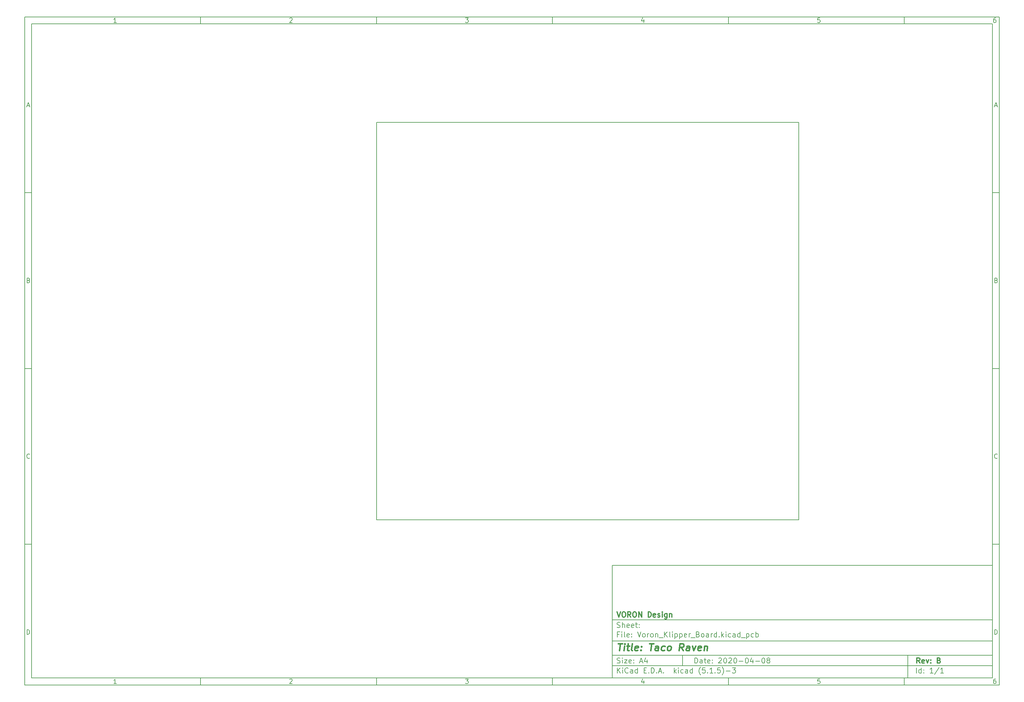
<source format=gm1>
G04 #@! TF.GenerationSoftware,KiCad,Pcbnew,(5.1.5)-3*
G04 #@! TF.CreationDate,2020-04-08T23:35:01-04:00*
G04 #@! TF.ProjectId,Voron_Klipper_Board,566f726f-6e5f-44b6-9c69-707065725f42,B*
G04 #@! TF.SameCoordinates,Original*
G04 #@! TF.FileFunction,Profile,NP*
%FSLAX46Y46*%
G04 Gerber Fmt 4.6, Leading zero omitted, Abs format (unit mm)*
G04 Created by KiCad (PCBNEW (5.1.5)-3) date 2020-04-08 23:35:01*
%MOMM*%
%LPD*%
G04 APERTURE LIST*
%ADD10C,0.100000*%
%ADD11C,0.150000*%
%ADD12C,0.300000*%
%ADD13C,0.400000*%
G04 APERTURE END LIST*
D10*
D11*
X177002200Y-166007200D02*
X177002200Y-198007200D01*
X285002200Y-198007200D01*
X285002200Y-166007200D01*
X177002200Y-166007200D01*
D10*
D11*
X10000000Y-10000000D02*
X10000000Y-200007200D01*
X287002200Y-200007200D01*
X287002200Y-10000000D01*
X10000000Y-10000000D01*
D10*
D11*
X12000000Y-12000000D02*
X12000000Y-198007200D01*
X285002200Y-198007200D01*
X285002200Y-12000000D01*
X12000000Y-12000000D01*
D10*
D11*
X60000000Y-12000000D02*
X60000000Y-10000000D01*
D10*
D11*
X110000000Y-12000000D02*
X110000000Y-10000000D01*
D10*
D11*
X160000000Y-12000000D02*
X160000000Y-10000000D01*
D10*
D11*
X210000000Y-12000000D02*
X210000000Y-10000000D01*
D10*
D11*
X260000000Y-12000000D02*
X260000000Y-10000000D01*
D10*
D11*
X36065476Y-11588095D02*
X35322619Y-11588095D01*
X35694047Y-11588095D02*
X35694047Y-10288095D01*
X35570238Y-10473809D01*
X35446428Y-10597619D01*
X35322619Y-10659523D01*
D10*
D11*
X85322619Y-10411904D02*
X85384523Y-10350000D01*
X85508333Y-10288095D01*
X85817857Y-10288095D01*
X85941666Y-10350000D01*
X86003571Y-10411904D01*
X86065476Y-10535714D01*
X86065476Y-10659523D01*
X86003571Y-10845238D01*
X85260714Y-11588095D01*
X86065476Y-11588095D01*
D10*
D11*
X135260714Y-10288095D02*
X136065476Y-10288095D01*
X135632142Y-10783333D01*
X135817857Y-10783333D01*
X135941666Y-10845238D01*
X136003571Y-10907142D01*
X136065476Y-11030952D01*
X136065476Y-11340476D01*
X136003571Y-11464285D01*
X135941666Y-11526190D01*
X135817857Y-11588095D01*
X135446428Y-11588095D01*
X135322619Y-11526190D01*
X135260714Y-11464285D01*
D10*
D11*
X185941666Y-10721428D02*
X185941666Y-11588095D01*
X185632142Y-10226190D02*
X185322619Y-11154761D01*
X186127380Y-11154761D01*
D10*
D11*
X236003571Y-10288095D02*
X235384523Y-10288095D01*
X235322619Y-10907142D01*
X235384523Y-10845238D01*
X235508333Y-10783333D01*
X235817857Y-10783333D01*
X235941666Y-10845238D01*
X236003571Y-10907142D01*
X236065476Y-11030952D01*
X236065476Y-11340476D01*
X236003571Y-11464285D01*
X235941666Y-11526190D01*
X235817857Y-11588095D01*
X235508333Y-11588095D01*
X235384523Y-11526190D01*
X235322619Y-11464285D01*
D10*
D11*
X285941666Y-10288095D02*
X285694047Y-10288095D01*
X285570238Y-10350000D01*
X285508333Y-10411904D01*
X285384523Y-10597619D01*
X285322619Y-10845238D01*
X285322619Y-11340476D01*
X285384523Y-11464285D01*
X285446428Y-11526190D01*
X285570238Y-11588095D01*
X285817857Y-11588095D01*
X285941666Y-11526190D01*
X286003571Y-11464285D01*
X286065476Y-11340476D01*
X286065476Y-11030952D01*
X286003571Y-10907142D01*
X285941666Y-10845238D01*
X285817857Y-10783333D01*
X285570238Y-10783333D01*
X285446428Y-10845238D01*
X285384523Y-10907142D01*
X285322619Y-11030952D01*
D10*
D11*
X60000000Y-198007200D02*
X60000000Y-200007200D01*
D10*
D11*
X110000000Y-198007200D02*
X110000000Y-200007200D01*
D10*
D11*
X160000000Y-198007200D02*
X160000000Y-200007200D01*
D10*
D11*
X210000000Y-198007200D02*
X210000000Y-200007200D01*
D10*
D11*
X260000000Y-198007200D02*
X260000000Y-200007200D01*
D10*
D11*
X36065476Y-199595295D02*
X35322619Y-199595295D01*
X35694047Y-199595295D02*
X35694047Y-198295295D01*
X35570238Y-198481009D01*
X35446428Y-198604819D01*
X35322619Y-198666723D01*
D10*
D11*
X85322619Y-198419104D02*
X85384523Y-198357200D01*
X85508333Y-198295295D01*
X85817857Y-198295295D01*
X85941666Y-198357200D01*
X86003571Y-198419104D01*
X86065476Y-198542914D01*
X86065476Y-198666723D01*
X86003571Y-198852438D01*
X85260714Y-199595295D01*
X86065476Y-199595295D01*
D10*
D11*
X135260714Y-198295295D02*
X136065476Y-198295295D01*
X135632142Y-198790533D01*
X135817857Y-198790533D01*
X135941666Y-198852438D01*
X136003571Y-198914342D01*
X136065476Y-199038152D01*
X136065476Y-199347676D01*
X136003571Y-199471485D01*
X135941666Y-199533390D01*
X135817857Y-199595295D01*
X135446428Y-199595295D01*
X135322619Y-199533390D01*
X135260714Y-199471485D01*
D10*
D11*
X185941666Y-198728628D02*
X185941666Y-199595295D01*
X185632142Y-198233390D02*
X185322619Y-199161961D01*
X186127380Y-199161961D01*
D10*
D11*
X236003571Y-198295295D02*
X235384523Y-198295295D01*
X235322619Y-198914342D01*
X235384523Y-198852438D01*
X235508333Y-198790533D01*
X235817857Y-198790533D01*
X235941666Y-198852438D01*
X236003571Y-198914342D01*
X236065476Y-199038152D01*
X236065476Y-199347676D01*
X236003571Y-199471485D01*
X235941666Y-199533390D01*
X235817857Y-199595295D01*
X235508333Y-199595295D01*
X235384523Y-199533390D01*
X235322619Y-199471485D01*
D10*
D11*
X285941666Y-198295295D02*
X285694047Y-198295295D01*
X285570238Y-198357200D01*
X285508333Y-198419104D01*
X285384523Y-198604819D01*
X285322619Y-198852438D01*
X285322619Y-199347676D01*
X285384523Y-199471485D01*
X285446428Y-199533390D01*
X285570238Y-199595295D01*
X285817857Y-199595295D01*
X285941666Y-199533390D01*
X286003571Y-199471485D01*
X286065476Y-199347676D01*
X286065476Y-199038152D01*
X286003571Y-198914342D01*
X285941666Y-198852438D01*
X285817857Y-198790533D01*
X285570238Y-198790533D01*
X285446428Y-198852438D01*
X285384523Y-198914342D01*
X285322619Y-199038152D01*
D10*
D11*
X10000000Y-60000000D02*
X12000000Y-60000000D01*
D10*
D11*
X10000000Y-110000000D02*
X12000000Y-110000000D01*
D10*
D11*
X10000000Y-160000000D02*
X12000000Y-160000000D01*
D10*
D11*
X10690476Y-35216666D02*
X11309523Y-35216666D01*
X10566666Y-35588095D02*
X11000000Y-34288095D01*
X11433333Y-35588095D01*
D10*
D11*
X11092857Y-84907142D02*
X11278571Y-84969047D01*
X11340476Y-85030952D01*
X11402380Y-85154761D01*
X11402380Y-85340476D01*
X11340476Y-85464285D01*
X11278571Y-85526190D01*
X11154761Y-85588095D01*
X10659523Y-85588095D01*
X10659523Y-84288095D01*
X11092857Y-84288095D01*
X11216666Y-84350000D01*
X11278571Y-84411904D01*
X11340476Y-84535714D01*
X11340476Y-84659523D01*
X11278571Y-84783333D01*
X11216666Y-84845238D01*
X11092857Y-84907142D01*
X10659523Y-84907142D01*
D10*
D11*
X11402380Y-135464285D02*
X11340476Y-135526190D01*
X11154761Y-135588095D01*
X11030952Y-135588095D01*
X10845238Y-135526190D01*
X10721428Y-135402380D01*
X10659523Y-135278571D01*
X10597619Y-135030952D01*
X10597619Y-134845238D01*
X10659523Y-134597619D01*
X10721428Y-134473809D01*
X10845238Y-134350000D01*
X11030952Y-134288095D01*
X11154761Y-134288095D01*
X11340476Y-134350000D01*
X11402380Y-134411904D01*
D10*
D11*
X10659523Y-185588095D02*
X10659523Y-184288095D01*
X10969047Y-184288095D01*
X11154761Y-184350000D01*
X11278571Y-184473809D01*
X11340476Y-184597619D01*
X11402380Y-184845238D01*
X11402380Y-185030952D01*
X11340476Y-185278571D01*
X11278571Y-185402380D01*
X11154761Y-185526190D01*
X10969047Y-185588095D01*
X10659523Y-185588095D01*
D10*
D11*
X287002200Y-60000000D02*
X285002200Y-60000000D01*
D10*
D11*
X287002200Y-110000000D02*
X285002200Y-110000000D01*
D10*
D11*
X287002200Y-160000000D02*
X285002200Y-160000000D01*
D10*
D11*
X285692676Y-35216666D02*
X286311723Y-35216666D01*
X285568866Y-35588095D02*
X286002200Y-34288095D01*
X286435533Y-35588095D01*
D10*
D11*
X286095057Y-84907142D02*
X286280771Y-84969047D01*
X286342676Y-85030952D01*
X286404580Y-85154761D01*
X286404580Y-85340476D01*
X286342676Y-85464285D01*
X286280771Y-85526190D01*
X286156961Y-85588095D01*
X285661723Y-85588095D01*
X285661723Y-84288095D01*
X286095057Y-84288095D01*
X286218866Y-84350000D01*
X286280771Y-84411904D01*
X286342676Y-84535714D01*
X286342676Y-84659523D01*
X286280771Y-84783333D01*
X286218866Y-84845238D01*
X286095057Y-84907142D01*
X285661723Y-84907142D01*
D10*
D11*
X286404580Y-135464285D02*
X286342676Y-135526190D01*
X286156961Y-135588095D01*
X286033152Y-135588095D01*
X285847438Y-135526190D01*
X285723628Y-135402380D01*
X285661723Y-135278571D01*
X285599819Y-135030952D01*
X285599819Y-134845238D01*
X285661723Y-134597619D01*
X285723628Y-134473809D01*
X285847438Y-134350000D01*
X286033152Y-134288095D01*
X286156961Y-134288095D01*
X286342676Y-134350000D01*
X286404580Y-134411904D01*
D10*
D11*
X285661723Y-185588095D02*
X285661723Y-184288095D01*
X285971247Y-184288095D01*
X286156961Y-184350000D01*
X286280771Y-184473809D01*
X286342676Y-184597619D01*
X286404580Y-184845238D01*
X286404580Y-185030952D01*
X286342676Y-185278571D01*
X286280771Y-185402380D01*
X286156961Y-185526190D01*
X285971247Y-185588095D01*
X285661723Y-185588095D01*
D10*
D11*
X200434342Y-193785771D02*
X200434342Y-192285771D01*
X200791485Y-192285771D01*
X201005771Y-192357200D01*
X201148628Y-192500057D01*
X201220057Y-192642914D01*
X201291485Y-192928628D01*
X201291485Y-193142914D01*
X201220057Y-193428628D01*
X201148628Y-193571485D01*
X201005771Y-193714342D01*
X200791485Y-193785771D01*
X200434342Y-193785771D01*
X202577200Y-193785771D02*
X202577200Y-193000057D01*
X202505771Y-192857200D01*
X202362914Y-192785771D01*
X202077200Y-192785771D01*
X201934342Y-192857200D01*
X202577200Y-193714342D02*
X202434342Y-193785771D01*
X202077200Y-193785771D01*
X201934342Y-193714342D01*
X201862914Y-193571485D01*
X201862914Y-193428628D01*
X201934342Y-193285771D01*
X202077200Y-193214342D01*
X202434342Y-193214342D01*
X202577200Y-193142914D01*
X203077200Y-192785771D02*
X203648628Y-192785771D01*
X203291485Y-192285771D02*
X203291485Y-193571485D01*
X203362914Y-193714342D01*
X203505771Y-193785771D01*
X203648628Y-193785771D01*
X204720057Y-193714342D02*
X204577200Y-193785771D01*
X204291485Y-193785771D01*
X204148628Y-193714342D01*
X204077200Y-193571485D01*
X204077200Y-193000057D01*
X204148628Y-192857200D01*
X204291485Y-192785771D01*
X204577200Y-192785771D01*
X204720057Y-192857200D01*
X204791485Y-193000057D01*
X204791485Y-193142914D01*
X204077200Y-193285771D01*
X205434342Y-193642914D02*
X205505771Y-193714342D01*
X205434342Y-193785771D01*
X205362914Y-193714342D01*
X205434342Y-193642914D01*
X205434342Y-193785771D01*
X205434342Y-192857200D02*
X205505771Y-192928628D01*
X205434342Y-193000057D01*
X205362914Y-192928628D01*
X205434342Y-192857200D01*
X205434342Y-193000057D01*
X207220057Y-192428628D02*
X207291485Y-192357200D01*
X207434342Y-192285771D01*
X207791485Y-192285771D01*
X207934342Y-192357200D01*
X208005771Y-192428628D01*
X208077200Y-192571485D01*
X208077200Y-192714342D01*
X208005771Y-192928628D01*
X207148628Y-193785771D01*
X208077200Y-193785771D01*
X209005771Y-192285771D02*
X209148628Y-192285771D01*
X209291485Y-192357200D01*
X209362914Y-192428628D01*
X209434342Y-192571485D01*
X209505771Y-192857200D01*
X209505771Y-193214342D01*
X209434342Y-193500057D01*
X209362914Y-193642914D01*
X209291485Y-193714342D01*
X209148628Y-193785771D01*
X209005771Y-193785771D01*
X208862914Y-193714342D01*
X208791485Y-193642914D01*
X208720057Y-193500057D01*
X208648628Y-193214342D01*
X208648628Y-192857200D01*
X208720057Y-192571485D01*
X208791485Y-192428628D01*
X208862914Y-192357200D01*
X209005771Y-192285771D01*
X210077200Y-192428628D02*
X210148628Y-192357200D01*
X210291485Y-192285771D01*
X210648628Y-192285771D01*
X210791485Y-192357200D01*
X210862914Y-192428628D01*
X210934342Y-192571485D01*
X210934342Y-192714342D01*
X210862914Y-192928628D01*
X210005771Y-193785771D01*
X210934342Y-193785771D01*
X211862914Y-192285771D02*
X212005771Y-192285771D01*
X212148628Y-192357200D01*
X212220057Y-192428628D01*
X212291485Y-192571485D01*
X212362914Y-192857200D01*
X212362914Y-193214342D01*
X212291485Y-193500057D01*
X212220057Y-193642914D01*
X212148628Y-193714342D01*
X212005771Y-193785771D01*
X211862914Y-193785771D01*
X211720057Y-193714342D01*
X211648628Y-193642914D01*
X211577200Y-193500057D01*
X211505771Y-193214342D01*
X211505771Y-192857200D01*
X211577200Y-192571485D01*
X211648628Y-192428628D01*
X211720057Y-192357200D01*
X211862914Y-192285771D01*
X213005771Y-193214342D02*
X214148628Y-193214342D01*
X215148628Y-192285771D02*
X215291485Y-192285771D01*
X215434342Y-192357200D01*
X215505771Y-192428628D01*
X215577200Y-192571485D01*
X215648628Y-192857200D01*
X215648628Y-193214342D01*
X215577200Y-193500057D01*
X215505771Y-193642914D01*
X215434342Y-193714342D01*
X215291485Y-193785771D01*
X215148628Y-193785771D01*
X215005771Y-193714342D01*
X214934342Y-193642914D01*
X214862914Y-193500057D01*
X214791485Y-193214342D01*
X214791485Y-192857200D01*
X214862914Y-192571485D01*
X214934342Y-192428628D01*
X215005771Y-192357200D01*
X215148628Y-192285771D01*
X216934342Y-192785771D02*
X216934342Y-193785771D01*
X216577200Y-192214342D02*
X216220057Y-193285771D01*
X217148628Y-193285771D01*
X217720057Y-193214342D02*
X218862914Y-193214342D01*
X219862914Y-192285771D02*
X220005771Y-192285771D01*
X220148628Y-192357200D01*
X220220057Y-192428628D01*
X220291485Y-192571485D01*
X220362914Y-192857200D01*
X220362914Y-193214342D01*
X220291485Y-193500057D01*
X220220057Y-193642914D01*
X220148628Y-193714342D01*
X220005771Y-193785771D01*
X219862914Y-193785771D01*
X219720057Y-193714342D01*
X219648628Y-193642914D01*
X219577200Y-193500057D01*
X219505771Y-193214342D01*
X219505771Y-192857200D01*
X219577200Y-192571485D01*
X219648628Y-192428628D01*
X219720057Y-192357200D01*
X219862914Y-192285771D01*
X221220057Y-192928628D02*
X221077200Y-192857200D01*
X221005771Y-192785771D01*
X220934342Y-192642914D01*
X220934342Y-192571485D01*
X221005771Y-192428628D01*
X221077200Y-192357200D01*
X221220057Y-192285771D01*
X221505771Y-192285771D01*
X221648628Y-192357200D01*
X221720057Y-192428628D01*
X221791485Y-192571485D01*
X221791485Y-192642914D01*
X221720057Y-192785771D01*
X221648628Y-192857200D01*
X221505771Y-192928628D01*
X221220057Y-192928628D01*
X221077200Y-193000057D01*
X221005771Y-193071485D01*
X220934342Y-193214342D01*
X220934342Y-193500057D01*
X221005771Y-193642914D01*
X221077200Y-193714342D01*
X221220057Y-193785771D01*
X221505771Y-193785771D01*
X221648628Y-193714342D01*
X221720057Y-193642914D01*
X221791485Y-193500057D01*
X221791485Y-193214342D01*
X221720057Y-193071485D01*
X221648628Y-193000057D01*
X221505771Y-192928628D01*
D10*
D11*
X177002200Y-194507200D02*
X285002200Y-194507200D01*
D10*
D11*
X178434342Y-196585771D02*
X178434342Y-195085771D01*
X179291485Y-196585771D02*
X178648628Y-195728628D01*
X179291485Y-195085771D02*
X178434342Y-195942914D01*
X179934342Y-196585771D02*
X179934342Y-195585771D01*
X179934342Y-195085771D02*
X179862914Y-195157200D01*
X179934342Y-195228628D01*
X180005771Y-195157200D01*
X179934342Y-195085771D01*
X179934342Y-195228628D01*
X181505771Y-196442914D02*
X181434342Y-196514342D01*
X181220057Y-196585771D01*
X181077200Y-196585771D01*
X180862914Y-196514342D01*
X180720057Y-196371485D01*
X180648628Y-196228628D01*
X180577200Y-195942914D01*
X180577200Y-195728628D01*
X180648628Y-195442914D01*
X180720057Y-195300057D01*
X180862914Y-195157200D01*
X181077200Y-195085771D01*
X181220057Y-195085771D01*
X181434342Y-195157200D01*
X181505771Y-195228628D01*
X182791485Y-196585771D02*
X182791485Y-195800057D01*
X182720057Y-195657200D01*
X182577200Y-195585771D01*
X182291485Y-195585771D01*
X182148628Y-195657200D01*
X182791485Y-196514342D02*
X182648628Y-196585771D01*
X182291485Y-196585771D01*
X182148628Y-196514342D01*
X182077200Y-196371485D01*
X182077200Y-196228628D01*
X182148628Y-196085771D01*
X182291485Y-196014342D01*
X182648628Y-196014342D01*
X182791485Y-195942914D01*
X184148628Y-196585771D02*
X184148628Y-195085771D01*
X184148628Y-196514342D02*
X184005771Y-196585771D01*
X183720057Y-196585771D01*
X183577200Y-196514342D01*
X183505771Y-196442914D01*
X183434342Y-196300057D01*
X183434342Y-195871485D01*
X183505771Y-195728628D01*
X183577200Y-195657200D01*
X183720057Y-195585771D01*
X184005771Y-195585771D01*
X184148628Y-195657200D01*
X186005771Y-195800057D02*
X186505771Y-195800057D01*
X186720057Y-196585771D02*
X186005771Y-196585771D01*
X186005771Y-195085771D01*
X186720057Y-195085771D01*
X187362914Y-196442914D02*
X187434342Y-196514342D01*
X187362914Y-196585771D01*
X187291485Y-196514342D01*
X187362914Y-196442914D01*
X187362914Y-196585771D01*
X188077200Y-196585771D02*
X188077200Y-195085771D01*
X188434342Y-195085771D01*
X188648628Y-195157200D01*
X188791485Y-195300057D01*
X188862914Y-195442914D01*
X188934342Y-195728628D01*
X188934342Y-195942914D01*
X188862914Y-196228628D01*
X188791485Y-196371485D01*
X188648628Y-196514342D01*
X188434342Y-196585771D01*
X188077200Y-196585771D01*
X189577200Y-196442914D02*
X189648628Y-196514342D01*
X189577200Y-196585771D01*
X189505771Y-196514342D01*
X189577200Y-196442914D01*
X189577200Y-196585771D01*
X190220057Y-196157200D02*
X190934342Y-196157200D01*
X190077200Y-196585771D02*
X190577200Y-195085771D01*
X191077200Y-196585771D01*
X191577200Y-196442914D02*
X191648628Y-196514342D01*
X191577200Y-196585771D01*
X191505771Y-196514342D01*
X191577200Y-196442914D01*
X191577200Y-196585771D01*
X194577200Y-196585771D02*
X194577200Y-195085771D01*
X194720057Y-196014342D02*
X195148628Y-196585771D01*
X195148628Y-195585771D02*
X194577200Y-196157200D01*
X195791485Y-196585771D02*
X195791485Y-195585771D01*
X195791485Y-195085771D02*
X195720057Y-195157200D01*
X195791485Y-195228628D01*
X195862914Y-195157200D01*
X195791485Y-195085771D01*
X195791485Y-195228628D01*
X197148628Y-196514342D02*
X197005771Y-196585771D01*
X196720057Y-196585771D01*
X196577200Y-196514342D01*
X196505771Y-196442914D01*
X196434342Y-196300057D01*
X196434342Y-195871485D01*
X196505771Y-195728628D01*
X196577200Y-195657200D01*
X196720057Y-195585771D01*
X197005771Y-195585771D01*
X197148628Y-195657200D01*
X198434342Y-196585771D02*
X198434342Y-195800057D01*
X198362914Y-195657200D01*
X198220057Y-195585771D01*
X197934342Y-195585771D01*
X197791485Y-195657200D01*
X198434342Y-196514342D02*
X198291485Y-196585771D01*
X197934342Y-196585771D01*
X197791485Y-196514342D01*
X197720057Y-196371485D01*
X197720057Y-196228628D01*
X197791485Y-196085771D01*
X197934342Y-196014342D01*
X198291485Y-196014342D01*
X198434342Y-195942914D01*
X199791485Y-196585771D02*
X199791485Y-195085771D01*
X199791485Y-196514342D02*
X199648628Y-196585771D01*
X199362914Y-196585771D01*
X199220057Y-196514342D01*
X199148628Y-196442914D01*
X199077200Y-196300057D01*
X199077200Y-195871485D01*
X199148628Y-195728628D01*
X199220057Y-195657200D01*
X199362914Y-195585771D01*
X199648628Y-195585771D01*
X199791485Y-195657200D01*
X202077200Y-197157200D02*
X202005771Y-197085771D01*
X201862914Y-196871485D01*
X201791485Y-196728628D01*
X201720057Y-196514342D01*
X201648628Y-196157200D01*
X201648628Y-195871485D01*
X201720057Y-195514342D01*
X201791485Y-195300057D01*
X201862914Y-195157200D01*
X202005771Y-194942914D01*
X202077200Y-194871485D01*
X203362914Y-195085771D02*
X202648628Y-195085771D01*
X202577200Y-195800057D01*
X202648628Y-195728628D01*
X202791485Y-195657200D01*
X203148628Y-195657200D01*
X203291485Y-195728628D01*
X203362914Y-195800057D01*
X203434342Y-195942914D01*
X203434342Y-196300057D01*
X203362914Y-196442914D01*
X203291485Y-196514342D01*
X203148628Y-196585771D01*
X202791485Y-196585771D01*
X202648628Y-196514342D01*
X202577200Y-196442914D01*
X204077200Y-196442914D02*
X204148628Y-196514342D01*
X204077200Y-196585771D01*
X204005771Y-196514342D01*
X204077200Y-196442914D01*
X204077200Y-196585771D01*
X205577200Y-196585771D02*
X204720057Y-196585771D01*
X205148628Y-196585771D02*
X205148628Y-195085771D01*
X205005771Y-195300057D01*
X204862914Y-195442914D01*
X204720057Y-195514342D01*
X206220057Y-196442914D02*
X206291485Y-196514342D01*
X206220057Y-196585771D01*
X206148628Y-196514342D01*
X206220057Y-196442914D01*
X206220057Y-196585771D01*
X207648628Y-195085771D02*
X206934342Y-195085771D01*
X206862914Y-195800057D01*
X206934342Y-195728628D01*
X207077200Y-195657200D01*
X207434342Y-195657200D01*
X207577200Y-195728628D01*
X207648628Y-195800057D01*
X207720057Y-195942914D01*
X207720057Y-196300057D01*
X207648628Y-196442914D01*
X207577200Y-196514342D01*
X207434342Y-196585771D01*
X207077200Y-196585771D01*
X206934342Y-196514342D01*
X206862914Y-196442914D01*
X208220057Y-197157200D02*
X208291485Y-197085771D01*
X208434342Y-196871485D01*
X208505771Y-196728628D01*
X208577200Y-196514342D01*
X208648628Y-196157200D01*
X208648628Y-195871485D01*
X208577200Y-195514342D01*
X208505771Y-195300057D01*
X208434342Y-195157200D01*
X208291485Y-194942914D01*
X208220057Y-194871485D01*
X209362914Y-196014342D02*
X210505771Y-196014342D01*
X211077200Y-195085771D02*
X212005771Y-195085771D01*
X211505771Y-195657200D01*
X211720057Y-195657200D01*
X211862914Y-195728628D01*
X211934342Y-195800057D01*
X212005771Y-195942914D01*
X212005771Y-196300057D01*
X211934342Y-196442914D01*
X211862914Y-196514342D01*
X211720057Y-196585771D01*
X211291485Y-196585771D01*
X211148628Y-196514342D01*
X211077200Y-196442914D01*
D10*
D11*
X177002200Y-191507200D02*
X285002200Y-191507200D01*
D10*
D12*
X264411485Y-193785771D02*
X263911485Y-193071485D01*
X263554342Y-193785771D02*
X263554342Y-192285771D01*
X264125771Y-192285771D01*
X264268628Y-192357200D01*
X264340057Y-192428628D01*
X264411485Y-192571485D01*
X264411485Y-192785771D01*
X264340057Y-192928628D01*
X264268628Y-193000057D01*
X264125771Y-193071485D01*
X263554342Y-193071485D01*
X265625771Y-193714342D02*
X265482914Y-193785771D01*
X265197200Y-193785771D01*
X265054342Y-193714342D01*
X264982914Y-193571485D01*
X264982914Y-193000057D01*
X265054342Y-192857200D01*
X265197200Y-192785771D01*
X265482914Y-192785771D01*
X265625771Y-192857200D01*
X265697200Y-193000057D01*
X265697200Y-193142914D01*
X264982914Y-193285771D01*
X266197200Y-192785771D02*
X266554342Y-193785771D01*
X266911485Y-192785771D01*
X267482914Y-193642914D02*
X267554342Y-193714342D01*
X267482914Y-193785771D01*
X267411485Y-193714342D01*
X267482914Y-193642914D01*
X267482914Y-193785771D01*
X267482914Y-192857200D02*
X267554342Y-192928628D01*
X267482914Y-193000057D01*
X267411485Y-192928628D01*
X267482914Y-192857200D01*
X267482914Y-193000057D01*
X269840057Y-193000057D02*
X270054342Y-193071485D01*
X270125771Y-193142914D01*
X270197200Y-193285771D01*
X270197200Y-193500057D01*
X270125771Y-193642914D01*
X270054342Y-193714342D01*
X269911485Y-193785771D01*
X269340057Y-193785771D01*
X269340057Y-192285771D01*
X269840057Y-192285771D01*
X269982914Y-192357200D01*
X270054342Y-192428628D01*
X270125771Y-192571485D01*
X270125771Y-192714342D01*
X270054342Y-192857200D01*
X269982914Y-192928628D01*
X269840057Y-193000057D01*
X269340057Y-193000057D01*
D10*
D11*
X178362914Y-193714342D02*
X178577200Y-193785771D01*
X178934342Y-193785771D01*
X179077200Y-193714342D01*
X179148628Y-193642914D01*
X179220057Y-193500057D01*
X179220057Y-193357200D01*
X179148628Y-193214342D01*
X179077200Y-193142914D01*
X178934342Y-193071485D01*
X178648628Y-193000057D01*
X178505771Y-192928628D01*
X178434342Y-192857200D01*
X178362914Y-192714342D01*
X178362914Y-192571485D01*
X178434342Y-192428628D01*
X178505771Y-192357200D01*
X178648628Y-192285771D01*
X179005771Y-192285771D01*
X179220057Y-192357200D01*
X179862914Y-193785771D02*
X179862914Y-192785771D01*
X179862914Y-192285771D02*
X179791485Y-192357200D01*
X179862914Y-192428628D01*
X179934342Y-192357200D01*
X179862914Y-192285771D01*
X179862914Y-192428628D01*
X180434342Y-192785771D02*
X181220057Y-192785771D01*
X180434342Y-193785771D01*
X181220057Y-193785771D01*
X182362914Y-193714342D02*
X182220057Y-193785771D01*
X181934342Y-193785771D01*
X181791485Y-193714342D01*
X181720057Y-193571485D01*
X181720057Y-193000057D01*
X181791485Y-192857200D01*
X181934342Y-192785771D01*
X182220057Y-192785771D01*
X182362914Y-192857200D01*
X182434342Y-193000057D01*
X182434342Y-193142914D01*
X181720057Y-193285771D01*
X183077200Y-193642914D02*
X183148628Y-193714342D01*
X183077200Y-193785771D01*
X183005771Y-193714342D01*
X183077200Y-193642914D01*
X183077200Y-193785771D01*
X183077200Y-192857200D02*
X183148628Y-192928628D01*
X183077200Y-193000057D01*
X183005771Y-192928628D01*
X183077200Y-192857200D01*
X183077200Y-193000057D01*
X184862914Y-193357200D02*
X185577200Y-193357200D01*
X184720057Y-193785771D02*
X185220057Y-192285771D01*
X185720057Y-193785771D01*
X186862914Y-192785771D02*
X186862914Y-193785771D01*
X186505771Y-192214342D02*
X186148628Y-193285771D01*
X187077200Y-193285771D01*
D10*
D11*
X263434342Y-196585771D02*
X263434342Y-195085771D01*
X264791485Y-196585771D02*
X264791485Y-195085771D01*
X264791485Y-196514342D02*
X264648628Y-196585771D01*
X264362914Y-196585771D01*
X264220057Y-196514342D01*
X264148628Y-196442914D01*
X264077200Y-196300057D01*
X264077200Y-195871485D01*
X264148628Y-195728628D01*
X264220057Y-195657200D01*
X264362914Y-195585771D01*
X264648628Y-195585771D01*
X264791485Y-195657200D01*
X265505771Y-196442914D02*
X265577200Y-196514342D01*
X265505771Y-196585771D01*
X265434342Y-196514342D01*
X265505771Y-196442914D01*
X265505771Y-196585771D01*
X265505771Y-195657200D02*
X265577200Y-195728628D01*
X265505771Y-195800057D01*
X265434342Y-195728628D01*
X265505771Y-195657200D01*
X265505771Y-195800057D01*
X268148628Y-196585771D02*
X267291485Y-196585771D01*
X267720057Y-196585771D02*
X267720057Y-195085771D01*
X267577200Y-195300057D01*
X267434342Y-195442914D01*
X267291485Y-195514342D01*
X269862914Y-195014342D02*
X268577200Y-196942914D01*
X271148628Y-196585771D02*
X270291485Y-196585771D01*
X270720057Y-196585771D02*
X270720057Y-195085771D01*
X270577200Y-195300057D01*
X270434342Y-195442914D01*
X270291485Y-195514342D01*
D10*
D11*
X177002200Y-187507200D02*
X285002200Y-187507200D01*
D10*
D13*
X178714580Y-188211961D02*
X179857438Y-188211961D01*
X179036009Y-190211961D02*
X179286009Y-188211961D01*
X180274104Y-190211961D02*
X180440771Y-188878628D01*
X180524104Y-188211961D02*
X180416961Y-188307200D01*
X180500295Y-188402438D01*
X180607438Y-188307200D01*
X180524104Y-188211961D01*
X180500295Y-188402438D01*
X181107438Y-188878628D02*
X181869342Y-188878628D01*
X181476485Y-188211961D02*
X181262200Y-189926247D01*
X181333628Y-190116723D01*
X181512200Y-190211961D01*
X181702676Y-190211961D01*
X182655057Y-190211961D02*
X182476485Y-190116723D01*
X182405057Y-189926247D01*
X182619342Y-188211961D01*
X184190771Y-190116723D02*
X183988390Y-190211961D01*
X183607438Y-190211961D01*
X183428866Y-190116723D01*
X183357438Y-189926247D01*
X183452676Y-189164342D01*
X183571723Y-188973866D01*
X183774104Y-188878628D01*
X184155057Y-188878628D01*
X184333628Y-188973866D01*
X184405057Y-189164342D01*
X184381247Y-189354819D01*
X183405057Y-189545295D01*
X185155057Y-190021485D02*
X185238390Y-190116723D01*
X185131247Y-190211961D01*
X185047914Y-190116723D01*
X185155057Y-190021485D01*
X185131247Y-190211961D01*
X185286009Y-188973866D02*
X185369342Y-189069104D01*
X185262200Y-189164342D01*
X185178866Y-189069104D01*
X185286009Y-188973866D01*
X185262200Y-189164342D01*
X187571723Y-188211961D02*
X188714580Y-188211961D01*
X187893152Y-190211961D02*
X188143152Y-188211961D01*
X189988390Y-190211961D02*
X190119342Y-189164342D01*
X190047914Y-188973866D01*
X189869342Y-188878628D01*
X189488390Y-188878628D01*
X189286009Y-188973866D01*
X190000295Y-190116723D02*
X189797914Y-190211961D01*
X189321723Y-190211961D01*
X189143152Y-190116723D01*
X189071723Y-189926247D01*
X189095533Y-189735771D01*
X189214580Y-189545295D01*
X189416961Y-189450057D01*
X189893152Y-189450057D01*
X190095533Y-189354819D01*
X191809819Y-190116723D02*
X191607438Y-190211961D01*
X191226485Y-190211961D01*
X191047914Y-190116723D01*
X190964580Y-190021485D01*
X190893152Y-189831009D01*
X190964580Y-189259580D01*
X191083628Y-189069104D01*
X191190771Y-188973866D01*
X191393152Y-188878628D01*
X191774104Y-188878628D01*
X191952676Y-188973866D01*
X192940771Y-190211961D02*
X192762200Y-190116723D01*
X192678866Y-190021485D01*
X192607438Y-189831009D01*
X192678866Y-189259580D01*
X192797914Y-189069104D01*
X192905057Y-188973866D01*
X193107438Y-188878628D01*
X193393152Y-188878628D01*
X193571723Y-188973866D01*
X193655057Y-189069104D01*
X193726485Y-189259580D01*
X193655057Y-189831009D01*
X193536009Y-190021485D01*
X193428866Y-190116723D01*
X193226485Y-190211961D01*
X192940771Y-190211961D01*
X197131247Y-190211961D02*
X196583628Y-189259580D01*
X195988390Y-190211961D02*
X196238390Y-188211961D01*
X197000295Y-188211961D01*
X197178866Y-188307200D01*
X197262200Y-188402438D01*
X197333628Y-188592914D01*
X197297914Y-188878628D01*
X197178866Y-189069104D01*
X197071723Y-189164342D01*
X196869342Y-189259580D01*
X196107438Y-189259580D01*
X198845533Y-190211961D02*
X198976485Y-189164342D01*
X198905057Y-188973866D01*
X198726485Y-188878628D01*
X198345533Y-188878628D01*
X198143152Y-188973866D01*
X198857438Y-190116723D02*
X198655057Y-190211961D01*
X198178866Y-190211961D01*
X198000295Y-190116723D01*
X197928866Y-189926247D01*
X197952676Y-189735771D01*
X198071723Y-189545295D01*
X198274104Y-189450057D01*
X198750295Y-189450057D01*
X198952676Y-189354819D01*
X199774104Y-188878628D02*
X200083628Y-190211961D01*
X200726485Y-188878628D01*
X202095533Y-190116723D02*
X201893152Y-190211961D01*
X201512200Y-190211961D01*
X201333628Y-190116723D01*
X201262200Y-189926247D01*
X201357438Y-189164342D01*
X201476485Y-188973866D01*
X201678866Y-188878628D01*
X202059819Y-188878628D01*
X202238390Y-188973866D01*
X202309819Y-189164342D01*
X202286009Y-189354819D01*
X201309819Y-189545295D01*
X203202676Y-188878628D02*
X203036009Y-190211961D01*
X203178866Y-189069104D02*
X203286009Y-188973866D01*
X203488390Y-188878628D01*
X203774104Y-188878628D01*
X203952676Y-188973866D01*
X204024104Y-189164342D01*
X203893152Y-190211961D01*
D10*
D11*
X178934342Y-185600057D02*
X178434342Y-185600057D01*
X178434342Y-186385771D02*
X178434342Y-184885771D01*
X179148628Y-184885771D01*
X179720057Y-186385771D02*
X179720057Y-185385771D01*
X179720057Y-184885771D02*
X179648628Y-184957200D01*
X179720057Y-185028628D01*
X179791485Y-184957200D01*
X179720057Y-184885771D01*
X179720057Y-185028628D01*
X180648628Y-186385771D02*
X180505771Y-186314342D01*
X180434342Y-186171485D01*
X180434342Y-184885771D01*
X181791485Y-186314342D02*
X181648628Y-186385771D01*
X181362914Y-186385771D01*
X181220057Y-186314342D01*
X181148628Y-186171485D01*
X181148628Y-185600057D01*
X181220057Y-185457200D01*
X181362914Y-185385771D01*
X181648628Y-185385771D01*
X181791485Y-185457200D01*
X181862914Y-185600057D01*
X181862914Y-185742914D01*
X181148628Y-185885771D01*
X182505771Y-186242914D02*
X182577200Y-186314342D01*
X182505771Y-186385771D01*
X182434342Y-186314342D01*
X182505771Y-186242914D01*
X182505771Y-186385771D01*
X182505771Y-185457200D02*
X182577200Y-185528628D01*
X182505771Y-185600057D01*
X182434342Y-185528628D01*
X182505771Y-185457200D01*
X182505771Y-185600057D01*
X184148628Y-184885771D02*
X184648628Y-186385771D01*
X185148628Y-184885771D01*
X185862914Y-186385771D02*
X185720057Y-186314342D01*
X185648628Y-186242914D01*
X185577200Y-186100057D01*
X185577200Y-185671485D01*
X185648628Y-185528628D01*
X185720057Y-185457200D01*
X185862914Y-185385771D01*
X186077200Y-185385771D01*
X186220057Y-185457200D01*
X186291485Y-185528628D01*
X186362914Y-185671485D01*
X186362914Y-186100057D01*
X186291485Y-186242914D01*
X186220057Y-186314342D01*
X186077200Y-186385771D01*
X185862914Y-186385771D01*
X187005771Y-186385771D02*
X187005771Y-185385771D01*
X187005771Y-185671485D02*
X187077200Y-185528628D01*
X187148628Y-185457200D01*
X187291485Y-185385771D01*
X187434342Y-185385771D01*
X188148628Y-186385771D02*
X188005771Y-186314342D01*
X187934342Y-186242914D01*
X187862914Y-186100057D01*
X187862914Y-185671485D01*
X187934342Y-185528628D01*
X188005771Y-185457200D01*
X188148628Y-185385771D01*
X188362914Y-185385771D01*
X188505771Y-185457200D01*
X188577200Y-185528628D01*
X188648628Y-185671485D01*
X188648628Y-186100057D01*
X188577200Y-186242914D01*
X188505771Y-186314342D01*
X188362914Y-186385771D01*
X188148628Y-186385771D01*
X189291485Y-185385771D02*
X189291485Y-186385771D01*
X189291485Y-185528628D02*
X189362914Y-185457200D01*
X189505771Y-185385771D01*
X189720057Y-185385771D01*
X189862914Y-185457200D01*
X189934342Y-185600057D01*
X189934342Y-186385771D01*
X190291485Y-186528628D02*
X191434342Y-186528628D01*
X191791485Y-186385771D02*
X191791485Y-184885771D01*
X192648628Y-186385771D02*
X192005771Y-185528628D01*
X192648628Y-184885771D02*
X191791485Y-185742914D01*
X193505771Y-186385771D02*
X193362914Y-186314342D01*
X193291485Y-186171485D01*
X193291485Y-184885771D01*
X194077200Y-186385771D02*
X194077200Y-185385771D01*
X194077200Y-184885771D02*
X194005771Y-184957200D01*
X194077200Y-185028628D01*
X194148628Y-184957200D01*
X194077200Y-184885771D01*
X194077200Y-185028628D01*
X194791485Y-185385771D02*
X194791485Y-186885771D01*
X194791485Y-185457200D02*
X194934342Y-185385771D01*
X195220057Y-185385771D01*
X195362914Y-185457200D01*
X195434342Y-185528628D01*
X195505771Y-185671485D01*
X195505771Y-186100057D01*
X195434342Y-186242914D01*
X195362914Y-186314342D01*
X195220057Y-186385771D01*
X194934342Y-186385771D01*
X194791485Y-186314342D01*
X196148628Y-185385771D02*
X196148628Y-186885771D01*
X196148628Y-185457200D02*
X196291485Y-185385771D01*
X196577200Y-185385771D01*
X196720057Y-185457200D01*
X196791485Y-185528628D01*
X196862914Y-185671485D01*
X196862914Y-186100057D01*
X196791485Y-186242914D01*
X196720057Y-186314342D01*
X196577200Y-186385771D01*
X196291485Y-186385771D01*
X196148628Y-186314342D01*
X198077200Y-186314342D02*
X197934342Y-186385771D01*
X197648628Y-186385771D01*
X197505771Y-186314342D01*
X197434342Y-186171485D01*
X197434342Y-185600057D01*
X197505771Y-185457200D01*
X197648628Y-185385771D01*
X197934342Y-185385771D01*
X198077200Y-185457200D01*
X198148628Y-185600057D01*
X198148628Y-185742914D01*
X197434342Y-185885771D01*
X198791485Y-186385771D02*
X198791485Y-185385771D01*
X198791485Y-185671485D02*
X198862914Y-185528628D01*
X198934342Y-185457200D01*
X199077200Y-185385771D01*
X199220057Y-185385771D01*
X199362914Y-186528628D02*
X200505771Y-186528628D01*
X201362914Y-185600057D02*
X201577200Y-185671485D01*
X201648628Y-185742914D01*
X201720057Y-185885771D01*
X201720057Y-186100057D01*
X201648628Y-186242914D01*
X201577200Y-186314342D01*
X201434342Y-186385771D01*
X200862914Y-186385771D01*
X200862914Y-184885771D01*
X201362914Y-184885771D01*
X201505771Y-184957200D01*
X201577200Y-185028628D01*
X201648628Y-185171485D01*
X201648628Y-185314342D01*
X201577200Y-185457200D01*
X201505771Y-185528628D01*
X201362914Y-185600057D01*
X200862914Y-185600057D01*
X202577200Y-186385771D02*
X202434342Y-186314342D01*
X202362914Y-186242914D01*
X202291485Y-186100057D01*
X202291485Y-185671485D01*
X202362914Y-185528628D01*
X202434342Y-185457200D01*
X202577200Y-185385771D01*
X202791485Y-185385771D01*
X202934342Y-185457200D01*
X203005771Y-185528628D01*
X203077200Y-185671485D01*
X203077200Y-186100057D01*
X203005771Y-186242914D01*
X202934342Y-186314342D01*
X202791485Y-186385771D01*
X202577200Y-186385771D01*
X204362914Y-186385771D02*
X204362914Y-185600057D01*
X204291485Y-185457200D01*
X204148628Y-185385771D01*
X203862914Y-185385771D01*
X203720057Y-185457200D01*
X204362914Y-186314342D02*
X204220057Y-186385771D01*
X203862914Y-186385771D01*
X203720057Y-186314342D01*
X203648628Y-186171485D01*
X203648628Y-186028628D01*
X203720057Y-185885771D01*
X203862914Y-185814342D01*
X204220057Y-185814342D01*
X204362914Y-185742914D01*
X205077200Y-186385771D02*
X205077200Y-185385771D01*
X205077200Y-185671485D02*
X205148628Y-185528628D01*
X205220057Y-185457200D01*
X205362914Y-185385771D01*
X205505771Y-185385771D01*
X206648628Y-186385771D02*
X206648628Y-184885771D01*
X206648628Y-186314342D02*
X206505771Y-186385771D01*
X206220057Y-186385771D01*
X206077200Y-186314342D01*
X206005771Y-186242914D01*
X205934342Y-186100057D01*
X205934342Y-185671485D01*
X206005771Y-185528628D01*
X206077200Y-185457200D01*
X206220057Y-185385771D01*
X206505771Y-185385771D01*
X206648628Y-185457200D01*
X207362914Y-186242914D02*
X207434342Y-186314342D01*
X207362914Y-186385771D01*
X207291485Y-186314342D01*
X207362914Y-186242914D01*
X207362914Y-186385771D01*
X208077200Y-186385771D02*
X208077200Y-184885771D01*
X208220057Y-185814342D02*
X208648628Y-186385771D01*
X208648628Y-185385771D02*
X208077200Y-185957200D01*
X209291485Y-186385771D02*
X209291485Y-185385771D01*
X209291485Y-184885771D02*
X209220057Y-184957200D01*
X209291485Y-185028628D01*
X209362914Y-184957200D01*
X209291485Y-184885771D01*
X209291485Y-185028628D01*
X210648628Y-186314342D02*
X210505771Y-186385771D01*
X210220057Y-186385771D01*
X210077200Y-186314342D01*
X210005771Y-186242914D01*
X209934342Y-186100057D01*
X209934342Y-185671485D01*
X210005771Y-185528628D01*
X210077200Y-185457200D01*
X210220057Y-185385771D01*
X210505771Y-185385771D01*
X210648628Y-185457200D01*
X211934342Y-186385771D02*
X211934342Y-185600057D01*
X211862914Y-185457200D01*
X211720057Y-185385771D01*
X211434342Y-185385771D01*
X211291485Y-185457200D01*
X211934342Y-186314342D02*
X211791485Y-186385771D01*
X211434342Y-186385771D01*
X211291485Y-186314342D01*
X211220057Y-186171485D01*
X211220057Y-186028628D01*
X211291485Y-185885771D01*
X211434342Y-185814342D01*
X211791485Y-185814342D01*
X211934342Y-185742914D01*
X213291485Y-186385771D02*
X213291485Y-184885771D01*
X213291485Y-186314342D02*
X213148628Y-186385771D01*
X212862914Y-186385771D01*
X212720057Y-186314342D01*
X212648628Y-186242914D01*
X212577200Y-186100057D01*
X212577200Y-185671485D01*
X212648628Y-185528628D01*
X212720057Y-185457200D01*
X212862914Y-185385771D01*
X213148628Y-185385771D01*
X213291485Y-185457200D01*
X213648628Y-186528628D02*
X214791485Y-186528628D01*
X215148628Y-185385771D02*
X215148628Y-186885771D01*
X215148628Y-185457200D02*
X215291485Y-185385771D01*
X215577200Y-185385771D01*
X215720057Y-185457200D01*
X215791485Y-185528628D01*
X215862914Y-185671485D01*
X215862914Y-186100057D01*
X215791485Y-186242914D01*
X215720057Y-186314342D01*
X215577200Y-186385771D01*
X215291485Y-186385771D01*
X215148628Y-186314342D01*
X217148628Y-186314342D02*
X217005771Y-186385771D01*
X216720057Y-186385771D01*
X216577200Y-186314342D01*
X216505771Y-186242914D01*
X216434342Y-186100057D01*
X216434342Y-185671485D01*
X216505771Y-185528628D01*
X216577200Y-185457200D01*
X216720057Y-185385771D01*
X217005771Y-185385771D01*
X217148628Y-185457200D01*
X217791485Y-186385771D02*
X217791485Y-184885771D01*
X217791485Y-185457200D02*
X217934342Y-185385771D01*
X218220057Y-185385771D01*
X218362914Y-185457200D01*
X218434342Y-185528628D01*
X218505771Y-185671485D01*
X218505771Y-186100057D01*
X218434342Y-186242914D01*
X218362914Y-186314342D01*
X218220057Y-186385771D01*
X217934342Y-186385771D01*
X217791485Y-186314342D01*
D10*
D11*
X177002200Y-181507200D02*
X285002200Y-181507200D01*
D10*
D11*
X178362914Y-183614342D02*
X178577200Y-183685771D01*
X178934342Y-183685771D01*
X179077200Y-183614342D01*
X179148628Y-183542914D01*
X179220057Y-183400057D01*
X179220057Y-183257200D01*
X179148628Y-183114342D01*
X179077200Y-183042914D01*
X178934342Y-182971485D01*
X178648628Y-182900057D01*
X178505771Y-182828628D01*
X178434342Y-182757200D01*
X178362914Y-182614342D01*
X178362914Y-182471485D01*
X178434342Y-182328628D01*
X178505771Y-182257200D01*
X178648628Y-182185771D01*
X179005771Y-182185771D01*
X179220057Y-182257200D01*
X179862914Y-183685771D02*
X179862914Y-182185771D01*
X180505771Y-183685771D02*
X180505771Y-182900057D01*
X180434342Y-182757200D01*
X180291485Y-182685771D01*
X180077200Y-182685771D01*
X179934342Y-182757200D01*
X179862914Y-182828628D01*
X181791485Y-183614342D02*
X181648628Y-183685771D01*
X181362914Y-183685771D01*
X181220057Y-183614342D01*
X181148628Y-183471485D01*
X181148628Y-182900057D01*
X181220057Y-182757200D01*
X181362914Y-182685771D01*
X181648628Y-182685771D01*
X181791485Y-182757200D01*
X181862914Y-182900057D01*
X181862914Y-183042914D01*
X181148628Y-183185771D01*
X183077200Y-183614342D02*
X182934342Y-183685771D01*
X182648628Y-183685771D01*
X182505771Y-183614342D01*
X182434342Y-183471485D01*
X182434342Y-182900057D01*
X182505771Y-182757200D01*
X182648628Y-182685771D01*
X182934342Y-182685771D01*
X183077200Y-182757200D01*
X183148628Y-182900057D01*
X183148628Y-183042914D01*
X182434342Y-183185771D01*
X183577200Y-182685771D02*
X184148628Y-182685771D01*
X183791485Y-182185771D02*
X183791485Y-183471485D01*
X183862914Y-183614342D01*
X184005771Y-183685771D01*
X184148628Y-183685771D01*
X184648628Y-183542914D02*
X184720057Y-183614342D01*
X184648628Y-183685771D01*
X184577200Y-183614342D01*
X184648628Y-183542914D01*
X184648628Y-183685771D01*
X184648628Y-182757200D02*
X184720057Y-182828628D01*
X184648628Y-182900057D01*
X184577200Y-182828628D01*
X184648628Y-182757200D01*
X184648628Y-182900057D01*
D10*
D12*
X178340057Y-179185771D02*
X178840057Y-180685771D01*
X179340057Y-179185771D01*
X180125771Y-179185771D02*
X180411485Y-179185771D01*
X180554342Y-179257200D01*
X180697200Y-179400057D01*
X180768628Y-179685771D01*
X180768628Y-180185771D01*
X180697200Y-180471485D01*
X180554342Y-180614342D01*
X180411485Y-180685771D01*
X180125771Y-180685771D01*
X179982914Y-180614342D01*
X179840057Y-180471485D01*
X179768628Y-180185771D01*
X179768628Y-179685771D01*
X179840057Y-179400057D01*
X179982914Y-179257200D01*
X180125771Y-179185771D01*
X182268628Y-180685771D02*
X181768628Y-179971485D01*
X181411485Y-180685771D02*
X181411485Y-179185771D01*
X181982914Y-179185771D01*
X182125771Y-179257200D01*
X182197200Y-179328628D01*
X182268628Y-179471485D01*
X182268628Y-179685771D01*
X182197200Y-179828628D01*
X182125771Y-179900057D01*
X181982914Y-179971485D01*
X181411485Y-179971485D01*
X183197200Y-179185771D02*
X183482914Y-179185771D01*
X183625771Y-179257200D01*
X183768628Y-179400057D01*
X183840057Y-179685771D01*
X183840057Y-180185771D01*
X183768628Y-180471485D01*
X183625771Y-180614342D01*
X183482914Y-180685771D01*
X183197200Y-180685771D01*
X183054342Y-180614342D01*
X182911485Y-180471485D01*
X182840057Y-180185771D01*
X182840057Y-179685771D01*
X182911485Y-179400057D01*
X183054342Y-179257200D01*
X183197200Y-179185771D01*
X184482914Y-180685771D02*
X184482914Y-179185771D01*
X185340057Y-180685771D01*
X185340057Y-179185771D01*
X187197200Y-180685771D02*
X187197200Y-179185771D01*
X187554342Y-179185771D01*
X187768628Y-179257200D01*
X187911485Y-179400057D01*
X187982914Y-179542914D01*
X188054342Y-179828628D01*
X188054342Y-180042914D01*
X187982914Y-180328628D01*
X187911485Y-180471485D01*
X187768628Y-180614342D01*
X187554342Y-180685771D01*
X187197200Y-180685771D01*
X189268628Y-180614342D02*
X189125771Y-180685771D01*
X188840057Y-180685771D01*
X188697200Y-180614342D01*
X188625771Y-180471485D01*
X188625771Y-179900057D01*
X188697200Y-179757200D01*
X188840057Y-179685771D01*
X189125771Y-179685771D01*
X189268628Y-179757200D01*
X189340057Y-179900057D01*
X189340057Y-180042914D01*
X188625771Y-180185771D01*
X189911485Y-180614342D02*
X190054342Y-180685771D01*
X190340057Y-180685771D01*
X190482914Y-180614342D01*
X190554342Y-180471485D01*
X190554342Y-180400057D01*
X190482914Y-180257200D01*
X190340057Y-180185771D01*
X190125771Y-180185771D01*
X189982914Y-180114342D01*
X189911485Y-179971485D01*
X189911485Y-179900057D01*
X189982914Y-179757200D01*
X190125771Y-179685771D01*
X190340057Y-179685771D01*
X190482914Y-179757200D01*
X191197200Y-180685771D02*
X191197200Y-179685771D01*
X191197200Y-179185771D02*
X191125771Y-179257200D01*
X191197200Y-179328628D01*
X191268628Y-179257200D01*
X191197200Y-179185771D01*
X191197200Y-179328628D01*
X192554342Y-179685771D02*
X192554342Y-180900057D01*
X192482914Y-181042914D01*
X192411485Y-181114342D01*
X192268628Y-181185771D01*
X192054342Y-181185771D01*
X191911485Y-181114342D01*
X192554342Y-180614342D02*
X192411485Y-180685771D01*
X192125771Y-180685771D01*
X191982914Y-180614342D01*
X191911485Y-180542914D01*
X191840057Y-180400057D01*
X191840057Y-179971485D01*
X191911485Y-179828628D01*
X191982914Y-179757200D01*
X192125771Y-179685771D01*
X192411485Y-179685771D01*
X192554342Y-179757200D01*
X193268628Y-179685771D02*
X193268628Y-180685771D01*
X193268628Y-179828628D02*
X193340057Y-179757200D01*
X193482914Y-179685771D01*
X193697200Y-179685771D01*
X193840057Y-179757200D01*
X193911485Y-179900057D01*
X193911485Y-180685771D01*
D10*
D11*
X197002200Y-191507200D02*
X197002200Y-194507200D01*
D10*
D11*
X261002200Y-191507200D02*
X261002200Y-198007200D01*
X110000000Y-153000000D02*
X110000000Y-40000000D01*
X230000000Y-153000000D02*
X110000000Y-153000000D01*
X230000000Y-40000000D02*
X230000000Y-153000000D01*
X110000000Y-40000000D02*
X230000000Y-40000000D01*
M02*

</source>
